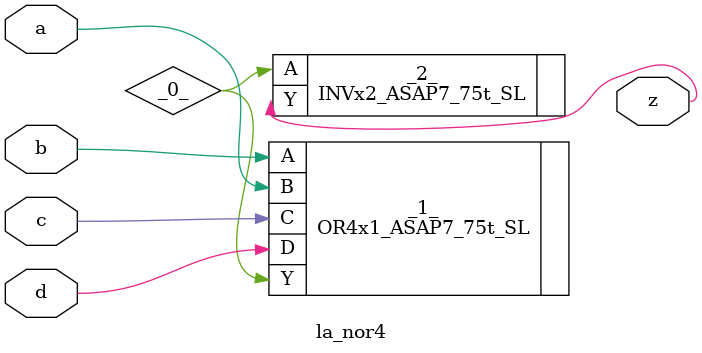
<source format=v>

/* Generated by Yosys 0.44 (git sha1 80ba43d26, g++ 11.4.0-1ubuntu1~22.04 -fPIC -O3) */

(* top =  1  *)
(* src = "inputs/la_nor4.v:10.1-22.10" *)
module la_nor4 (
    a,
    b,
    c,
    d,
    z
);
  wire _0_;
  (* src = "inputs/la_nor4.v:13.12-13.13" *)
  input a;
  wire a;
  (* src = "inputs/la_nor4.v:14.12-14.13" *)
  input b;
  wire b;
  (* src = "inputs/la_nor4.v:15.12-15.13" *)
  input c;
  wire c;
  (* src = "inputs/la_nor4.v:16.12-16.13" *)
  input d;
  wire d;
  (* src = "inputs/la_nor4.v:17.12-17.13" *)
  output z;
  wire z;
  OR4x1_ASAP7_75t_SL _1_ (
      .A(b),
      .B(a),
      .C(c),
      .D(d),
      .Y(_0_)
  );
  INVx2_ASAP7_75t_SL _2_ (
      .A(_0_),
      .Y(z)
  );
endmodule

</source>
